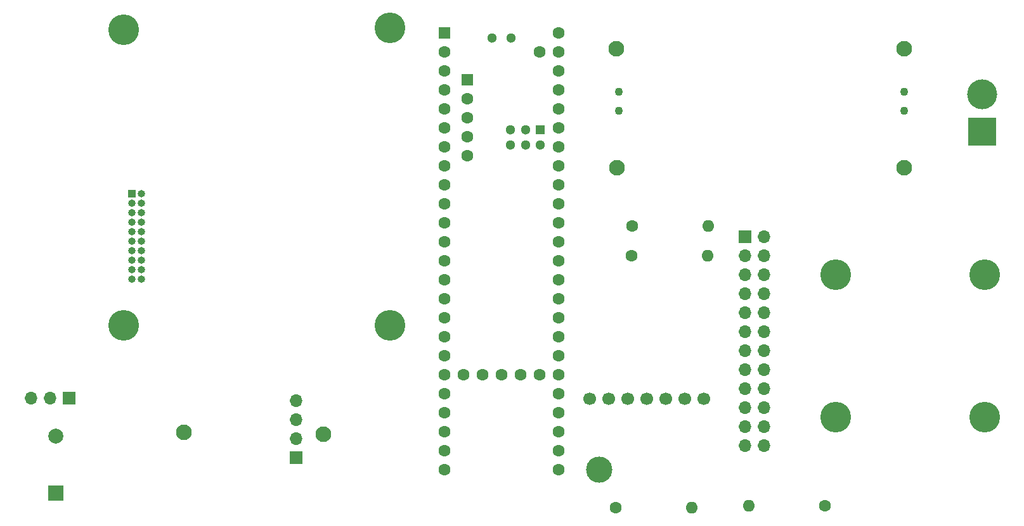
<source format=gbr>
%TF.GenerationSoftware,KiCad,Pcbnew,(6.0.9)*%
%TF.CreationDate,2023-01-16T22:49:09-05:00*%
%TF.ProjectId,rrc_pcb,7272635f-7063-4622-9e6b-696361645f70,rev?*%
%TF.SameCoordinates,Original*%
%TF.FileFunction,Soldermask,Bot*%
%TF.FilePolarity,Negative*%
%FSLAX46Y46*%
G04 Gerber Fmt 4.6, Leading zero omitted, Abs format (unit mm)*
G04 Created by KiCad (PCBNEW (6.0.9)) date 2023-01-16 22:49:09*
%MOMM*%
%LPD*%
G01*
G04 APERTURE LIST*
%ADD10C,1.600000*%
%ADD11O,1.600000X1.600000*%
%ADD12C,4.100000*%
%ADD13R,1.000000X1.000000*%
%ADD14O,1.000000X1.000000*%
%ADD15R,3.800000X3.800000*%
%ADD16C,4.000000*%
%ADD17R,1.700000X1.700000*%
%ADD18O,1.700000X1.700000*%
%ADD19R,1.600000X1.600000*%
%ADD20R,1.300000X1.300000*%
%ADD21C,1.300000*%
%ADD22C,3.500000*%
%ADD23C,1.700000*%
%ADD24R,2.000000X2.000000*%
%ADD25C,2.000000*%
%ADD26C,2.100000*%
%ADD27C,1.100000*%
G04 APERTURE END LIST*
D10*
%TO.C,R2*%
X126564950Y-53950936D03*
D11*
X136724950Y-53950936D03*
%TD*%
D12*
%TO.C,radio*%
X94293628Y-23492417D03*
X58793628Y-23742417D03*
X58793628Y-63242417D03*
X94293628Y-63242417D03*
D13*
X59870150Y-45677500D03*
D14*
X61140150Y-45677500D03*
X59870150Y-46947500D03*
X61140150Y-46947500D03*
X59870150Y-48217500D03*
X61140150Y-48217500D03*
X59870150Y-49487500D03*
X61140150Y-49487500D03*
X59870150Y-50757500D03*
X61140150Y-50757500D03*
X59870150Y-52027500D03*
X61140150Y-52027500D03*
X59870150Y-53297500D03*
X61140150Y-53297500D03*
X59870150Y-54567500D03*
X61140150Y-54567500D03*
X59870150Y-55837500D03*
X61140150Y-55837500D03*
X59870150Y-57107500D03*
X61140150Y-57107500D03*
%TD*%
D10*
%TO.C,R3*%
X124460000Y-87630000D03*
D11*
X134620000Y-87630000D03*
%TD*%
D10*
%TO.C,R4*%
X152440461Y-87377794D03*
D11*
X142280461Y-87377794D03*
%TD*%
D10*
%TO.C,R1*%
X126644699Y-49963495D03*
D11*
X136804699Y-49963495D03*
%TD*%
D15*
%TO.C,Batt.*%
X173355000Y-37385000D03*
D16*
X173355000Y-32385000D03*
%TD*%
D12*
%TO.C,IMU*%
X153815516Y-56512137D03*
X153815516Y-75562137D03*
X173700612Y-75562137D03*
X173700612Y-56512137D03*
D17*
X141695612Y-51432137D03*
D18*
X144235612Y-51432137D03*
X141695612Y-53972137D03*
X144235612Y-53972137D03*
X141695612Y-56512137D03*
X144235612Y-56512137D03*
X141695612Y-59052137D03*
X144235612Y-59052137D03*
X141695612Y-61592137D03*
X144235612Y-61592137D03*
X141695612Y-64132137D03*
X144235612Y-64132137D03*
X141695612Y-66672137D03*
X144235612Y-66672137D03*
X141695612Y-69212137D03*
X144235612Y-69212137D03*
X141695612Y-71752137D03*
X144235612Y-71752137D03*
X141695612Y-74292137D03*
X144235612Y-74292137D03*
X141695612Y-76832137D03*
X144235612Y-76832137D03*
X141695612Y-79372137D03*
X144235612Y-79372137D03*
%TD*%
D19*
%TO.C,U2*%
X101600000Y-24130000D03*
D10*
X101600000Y-26670000D03*
X101600000Y-29210000D03*
X101600000Y-31750000D03*
X101600000Y-34290000D03*
X101600000Y-36830000D03*
X101600000Y-39370000D03*
X101600000Y-41910000D03*
X101600000Y-44450000D03*
X101600000Y-46990000D03*
X101600000Y-49530000D03*
X101600000Y-52070000D03*
X101600000Y-54610000D03*
X101600000Y-57150000D03*
X101600000Y-59690000D03*
X101600000Y-62230000D03*
X101600000Y-64770000D03*
X101600000Y-67310000D03*
X101600000Y-69850000D03*
X101600000Y-72390000D03*
X101600000Y-74930000D03*
X101600000Y-77470000D03*
X101600000Y-80010000D03*
X101600000Y-82550000D03*
X116840000Y-82550000D03*
X116840000Y-80010000D03*
X116840000Y-77470000D03*
X116840000Y-74930000D03*
X116840000Y-72390000D03*
X116840000Y-69850000D03*
X116840000Y-67310000D03*
X116840000Y-64770000D03*
X116840000Y-62230000D03*
X116840000Y-59690000D03*
X116840000Y-57150000D03*
X116840000Y-54610000D03*
X116840000Y-52070000D03*
X116840000Y-49530000D03*
X116840000Y-46990000D03*
X116840000Y-44450000D03*
X116840000Y-41910000D03*
X116840000Y-39370000D03*
X116840000Y-36830000D03*
X116840000Y-34290000D03*
X116840000Y-31750000D03*
X116840000Y-29210000D03*
X116840000Y-26670000D03*
X116840000Y-24130000D03*
X114300000Y-26670000D03*
X104140000Y-69850000D03*
X106680000Y-69850000D03*
X109220000Y-69850000D03*
X111760000Y-69850000D03*
X114300000Y-69850000D03*
D19*
X104650800Y-30429200D03*
D10*
X104650800Y-32969200D03*
X104650800Y-35509200D03*
X104650800Y-38049200D03*
X104650800Y-40589200D03*
D20*
X114401600Y-37100000D03*
D21*
X112401600Y-37100000D03*
X110401600Y-37100000D03*
X110401600Y-39100000D03*
X112401600Y-39100000D03*
X114401600Y-39100000D03*
X110490000Y-24860000D03*
X107950000Y-24860000D03*
%TD*%
D17*
%TO.C,J2*%
X51435000Y-73025000D03*
D18*
X48895000Y-73025000D03*
X46355000Y-73025000D03*
%TD*%
D22*
%TO.C,Barometer*%
X122233239Y-82593571D03*
D23*
X136203239Y-73088571D03*
X133663239Y-73088571D03*
X131123239Y-73088571D03*
X128583239Y-73088571D03*
X126043239Y-73088571D03*
X123503239Y-73088571D03*
X120963239Y-73088571D03*
%TD*%
D24*
%TO.C,BZ1*%
X49668154Y-85722249D03*
D25*
X49668154Y-78122249D03*
%TD*%
D26*
%TO.C,GPS*%
X85416876Y-77829556D03*
X66836328Y-77574650D03*
D17*
X81786437Y-80964650D03*
D18*
X81786437Y-78424650D03*
X81786437Y-75884650D03*
X81786437Y-73344650D03*
%TD*%
D26*
%TO.C,Volt. Reg.*%
X124573223Y-26235000D03*
X163010000Y-26235000D03*
X163010000Y-42155000D03*
X124650000Y-42155000D03*
D27*
X163010000Y-34535000D03*
X163010000Y-31995000D03*
X124910000Y-34535000D03*
X124910000Y-31995000D03*
%TD*%
M02*

</source>
